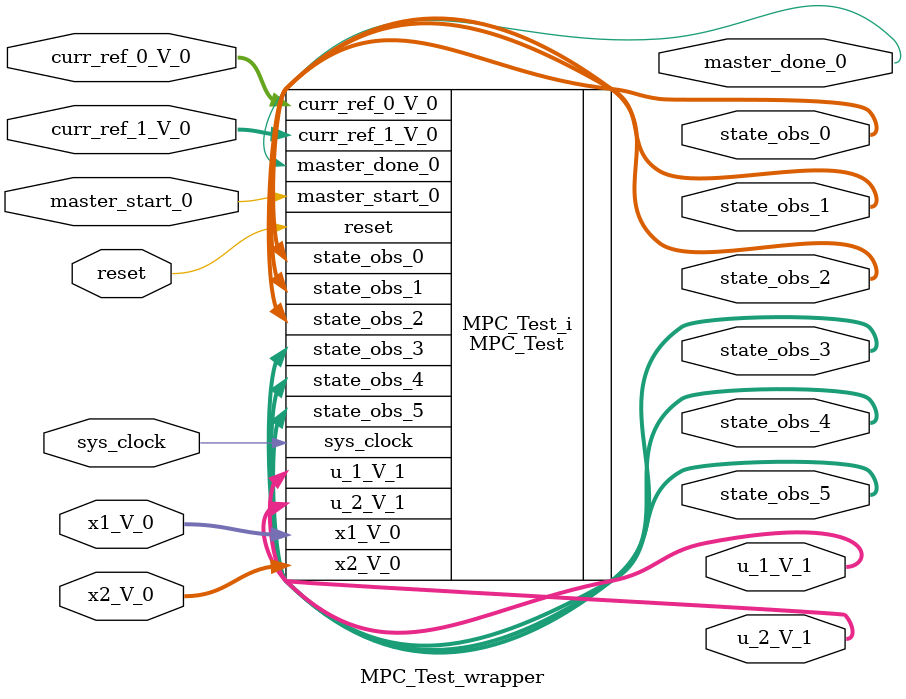
<source format=v>
`timescale 1 ps / 1 ps

module MPC_Test_wrapper
   (curr_ref_0_V_0,
    curr_ref_1_V_0,
    master_done_0,
    master_start_0,
    reset,
    state_obs_0,
    state_obs_1,
    state_obs_2,
    state_obs_3,
    state_obs_4,
    state_obs_5,
    sys_clock,
    u_1_V_1,
    u_2_V_1,
    x1_V_0,
    x2_V_0);
  input [15:0]curr_ref_0_V_0;
  input [15:0]curr_ref_1_V_0;
  output master_done_0;
  input master_start_0;
  input reset;
  output [15:0]state_obs_0;
  output [15:0]state_obs_1;
  output [15:0]state_obs_2;
  output [15:0]state_obs_3;
  output [15:0]state_obs_4;
  output [15:0]state_obs_5;
  input sys_clock;
  output [15:0]u_1_V_1;
  output [15:0]u_2_V_1;
  input [15:0]x1_V_0;
  input [15:0]x2_V_0;

  wire [15:0]curr_ref_0_V_0;
  wire [15:0]curr_ref_1_V_0;
  wire master_done_0;
  wire master_start_0;
  wire reset;
  wire [15:0]state_obs_0;
  wire [15:0]state_obs_1;
  wire [15:0]state_obs_2;
  wire [15:0]state_obs_3;
  wire [15:0]state_obs_4;
  wire [15:0]state_obs_5;
  wire sys_clock;
  wire [15:0]u_1_V_1;
  wire [15:0]u_2_V_1;
  wire [15:0]x1_V_0;
  wire [15:0]x2_V_0;

  MPC_Test MPC_Test_i
       (.curr_ref_0_V_0(curr_ref_0_V_0),
        .curr_ref_1_V_0(curr_ref_1_V_0),
        .master_done_0(master_done_0),
        .master_start_0(master_start_0),
        .reset(reset),
        .state_obs_0(state_obs_0),
        .state_obs_1(state_obs_1),
        .state_obs_2(state_obs_2),
        .state_obs_3(state_obs_3),
        .state_obs_4(state_obs_4),
        .state_obs_5(state_obs_5),
        .sys_clock(sys_clock),
        .u_1_V_1(u_1_V_1),
        .u_2_V_1(u_2_V_1),
        .x1_V_0(x1_V_0),
        .x2_V_0(x2_V_0));
endmodule

</source>
